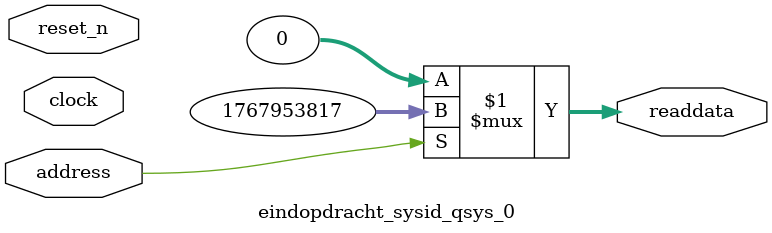
<source format=v>



// synthesis translate_off
`timescale 1ns / 1ps
// synthesis translate_on

// turn off superfluous verilog processor warnings 
// altera message_level Level1 
// altera message_off 10034 10035 10036 10037 10230 10240 10030 

module eindopdracht_sysid_qsys_0 (
               // inputs:
                address,
                clock,
                reset_n,

               // outputs:
                readdata
             )
;

  output  [ 31: 0] readdata;
  input            address;
  input            clock;
  input            reset_n;

  wire    [ 31: 0] readdata;
  //control_slave, which is an e_avalon_slave
  assign readdata = address ? 1767953817 : 0;

endmodule



</source>
